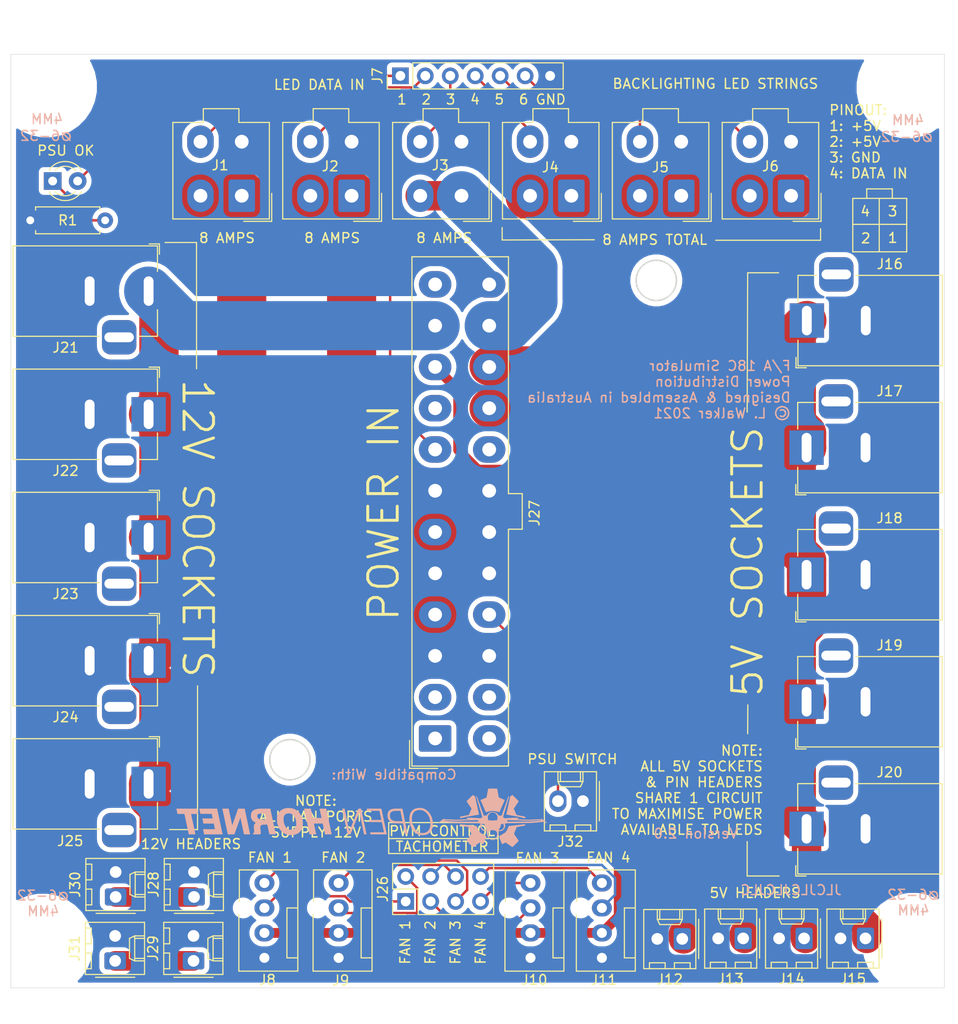
<source format=kicad_pcb>
(kicad_pcb (version 20171130) (host pcbnew "(5.1.6)-1")
  (layers (0 F.Cu signal) (31 B.Cu signal) (34 B.Paste user) (35 F.Paste user) (36 B.SilkS user) (37 F.SilkS user) (38 B.Mask user) (39 F.Mask user) (44 Edge.Cuts user))
  (net 0 "")
  (net 1 "Net-(J10-Pad4)")
  (net 2 "Net-(J10-Pad3)")
  (net 3 "Net-(J11-Pad4)")
  (net 4 "Net-(J11-Pad3)")
  (net 5 "Net-(J26-Pad5)")
  (net 6 "Net-(J26-Pad1)")
  (net 7 "Net-(J26-Pad6)")
  (net 8 "Net-(J26-Pad2)")
  (net 9 "Net-(J27-Pad20)")
  (net 10 "Net-(J27-Pad14)")
  (net 11 "Net-(J27-Pad13)")
  (net 12 "Net-(J27-Pad12)")
  (net 13 "Net-(J27-Pad9)")
  (net 14 "Net-(J27-Pad2)")
  (net 15 "Net-(J27-Pad1)")
  (net 16 /LED5V1)
  (net 17 /LED5V2)
  (net 18 /LED5V3)
  (net 19 /LED5V4)
  (net 20 /5VSOCKETS+)
  (net 21 /12VSOCKETS+)
  (net 22 /FAN+)
  (net 23 "Net-(D1-Pad1)")
  (net 24 /LEDGND)
  (net 25 /LEDDATA1)
  (net 26 /LEDDATA2)
  (net 27 /LEDDATA3)
  (net 28 /LEDDATA4)
  (net 29 /LEDDATA5)
  (net 30 /LEDDATA6)
  (net 31 /PWRGOOD)
  (net 32 /PSUSW)
  (module OH_Backlighting:OH_Panel_6-32_PHS (layer F.Cu) (at 91.7956 90.4928)
    (fp_text reference 5 hide)
    (fp_text value OH_Panel_Fastner_Keepout hide)
    (fp_text user ⌀6-32 (at 0.0668 -4.9764) (layer B.SilkS) (effects (justify mirror)))
    (fp_text user 4MM (at 0.0668 -3.3764 180) (layer B.SilkS) (effects (justify mirror)))
    (pad "" np_thru_hole circle (at 0 0) (size 4.3 4.3) (drill 4.3) (layers *.Cu *.Mask) (clearance 3))
  )
  (module OH_Backlighting:OH_Panel_6-32_PHS (layer F.Cu) (at 3.2332 90.5764)
    (fp_text reference 4 hide)
    (fp_text value OH_Panel_Fastner_Keepout hide)
    (fp_text user 4MM (at 0.0668 -3.3764 180) (layer B.SilkS) (effects (justify mirror)))
    (fp_text user ⌀6-32 (at 0.0668 -4.9764) (layer B.SilkS) (effects (justify mirror)))
    (pad "" np_thru_hole circle (at 0 0) (size 4.3 4.3) (drill 4.3) (layers *.Cu *.Mask) (clearance 3))
  )
  (module OH_Backlighting:OH_Panel_6-32_PHS (layer F.Cu) (at 91.2188 3.4036)
    (fp_text reference 3 hide)
    (fp_text value OH_Panel_Fastner_Keepout hide)
    (fp_text user ⌀6-32 (at -0.0068 4.998) (layer B.SilkS) (effects (justify mirror)))
    (fp_text user 4MM (at 0.075 3.298 180) (layer B.SilkS) (effects (justify mirror)))
    (pad "" np_thru_hole circle (at 0 0) (size 4.3 4.3) (drill 4.3) (layers *.Cu *.Mask) (clearance 3))
  )
  (module OH_Backlighting:OH_Panel_6-32_PHS (layer F.Cu) (at 3.6068 3.302)
    (fp_text reference 2 hide)
    (fp_text value OH_Panel_Fastner_Keepout hide)
    (fp_text user 4MM (at 0.075 3.298 180) (layer B.SilkS) (effects (justify mirror)))
    (fp_text user ⌀6-32 (at -0.0068 4.998) (layer B.SilkS) (effects (justify mirror)))
    (pad "" np_thru_hole circle (at 0 0) (size 4.3 4.3) (drill 4.3) (layers *.Cu *.Mask) (clearance 3))
  )
  (module OH_General:OH_LOGO_37.7mm_5.9mm (layer B.Cu) (at 35.7 77.7 180)
    (fp_text reference 1 hide)
    (fp_text value LOGO hide)
  )
  (module Connector_Molex:Molex_Mini-Fit_Jr_5566-04A_2x02_P4.20mm_Vertical (layer F.Cu) (at 79.4 14.4 180)
    (fp_text reference J6 (at 2.1 3) (layer F.SilkS))
    (fp_text value Conn_01x04_Female)
    (pad 1 thru_hole roundrect (at 0 0 180) (size 2.7 3.3) (drill 1.4) (layers *.Cu *.Mask) (roundrect_rratio 0.09259299999999999) (net 19 /LED5V4))
    (pad 2 thru_hole oval (at 4.2 0 180) (size 2.7 3.3) (drill 1.4) (layers *.Cu *.Mask) (net 19 /LED5V4))
    (pad 3 thru_hole oval (at 0 5.5 180) (size 2.7 3.3) (drill 1.4) (layers *.Cu *.Mask) (net 24 /LEDGND))
    (pad 4 thru_hole oval (at 4.2 5.5 180) (size 2.7 3.3) (drill 1.4) (layers *.Cu *.Mask) (net 30 /LEDDATA6))
  )
  (module Connector_Molex:Molex_Mini-Fit_Jr_5566-04A_2x02_P4.20mm_Vertical (layer F.Cu) (at 68.22 14.4 180)
    (fp_text reference J5 (at 2.12 2.9) (layer F.SilkS))
    (fp_text value Conn_01x04_Female)
    (pad 1 thru_hole roundrect (at 0 0 180) (size 2.7 3.3) (drill 1.4) (layers *.Cu *.Mask) (roundrect_rratio 0.09259299999999999) (net 19 /LED5V4))
    (pad 2 thru_hole oval (at 4.2 0 180) (size 2.7 3.3) (drill 1.4) (layers *.Cu *.Mask) (net 19 /LED5V4))
    (pad 3 thru_hole oval (at 0 5.5 180) (size 2.7 3.3) (drill 1.4) (layers *.Cu *.Mask) (net 24 /LEDGND))
    (pad 4 thru_hole oval (at 4.2 5.5 180) (size 2.7 3.3) (drill 1.4) (layers *.Cu *.Mask) (net 29 /LEDDATA5))
  )
  (module Connector_Molex:Molex_Mini-Fit_Jr_5566-04A_2x02_P4.20mm_Vertical (layer F.Cu) (at 57.04 14.4 180)
    (fp_text reference J4 (at 2.14 2.9) (layer F.SilkS))
    (fp_text value Conn_01x04_Female)
    (pad 1 thru_hole roundrect (at 0 0 180) (size 2.7 3.3) (drill 1.4) (layers *.Cu *.Mask) (roundrect_rratio 0.09259299999999999) (net 19 /LED5V4))
    (pad 2 thru_hole oval (at 4.2 0 180) (size 2.7 3.3) (drill 1.4) (layers *.Cu *.Mask) (net 19 /LED5V4))
    (pad 3 thru_hole oval (at 0 5.5 180) (size 2.7 3.3) (drill 1.4) (layers *.Cu *.Mask) (net 24 /LEDGND))
    (pad 4 thru_hole oval (at 4.2 5.5 180) (size 2.7 3.3) (drill 1.4) (layers *.Cu *.Mask) (net 28 /LEDDATA4))
  )
  (module Connector_Molex:Molex_Mini-Fit_Jr_5566-04A_2x02_P4.20mm_Vertical (layer F.Cu) (at 45.86 14.4 180)
    (fp_text reference J3 (at 2.16 3.1) (layer F.SilkS))
    (fp_text value Conn_01x04_Female)
    (pad 1 thru_hole roundrect (at 0 0 180) (size 2.7 3.3) (drill 1.4) (layers *.Cu *.Mask) (roundrect_rratio 0.09259299999999999) (net 18 /LED5V3))
    (pad 2 thru_hole oval (at 4.2 0 180) (size 2.7 3.3) (drill 1.4) (layers *.Cu *.Mask) (net 18 /LED5V3))
    (pad 3 thru_hole oval (at 0 5.5 180) (size 2.7 3.3) (drill 1.4) (layers *.Cu *.Mask) (net 24 /LEDGND))
    (pad 4 thru_hole oval (at 4.2 5.5 180) (size 2.7 3.3) (drill 1.4) (layers *.Cu *.Mask) (net 27 /LEDDATA3))
  )
  (module Connector_Molex:Molex_Mini-Fit_Jr_5566-04A_2x02_P4.20mm_Vertical (layer F.Cu) (at 34.68 14.4 180)
    (fp_text reference J2 (at 2.18 3) (layer F.SilkS))
    (fp_text value Conn_01x04_Female)
    (pad 1 thru_hole roundrect (at 0 0 180) (size 2.7 3.3) (drill 1.4) (layers *.Cu *.Mask) (roundrect_rratio 0.09259299999999999) (net 17 /LED5V2))
    (pad 2 thru_hole oval (at 4.2 0 180) (size 2.7 3.3) (drill 1.4) (layers *.Cu *.Mask) (net 17 /LED5V2))
    (pad 3 thru_hole oval (at 0 5.5 180) (size 2.7 3.3) (drill 1.4) (layers *.Cu *.Mask) (net 24 /LEDGND))
    (pad 4 thru_hole oval (at 4.2 5.5 180) (size 2.7 3.3) (drill 1.4) (layers *.Cu *.Mask) (net 26 /LEDDATA2))
  )
  (module Connector_Molex:Molex_Mini-Fit_Jr_5566-04A_2x02_P4.20mm_Vertical (layer F.Cu) (at 23.5 14.4 180)
    (fp_text reference J1 (at 2.2 3.1) (layer F.SilkS))
    (fp_text value Conn_01x04_Female)
    (pad 1 thru_hole roundrect (at 0 0 180) (size 2.7 3.3) (drill 1.4) (layers *.Cu *.Mask) (roundrect_rratio 0.09259299999999999) (net 16 /LED5V1))
    (pad 2 thru_hole oval (at 4.2 0 180) (size 2.7 3.3) (drill 1.4) (layers *.Cu *.Mask) (net 16 /LED5V1))
    (pad 3 thru_hole oval (at 0 5.5 180) (size 2.7 3.3) (drill 1.4) (layers *.Cu *.Mask) (net 24 /LEDGND))
    (pad 4 thru_hole oval (at 4.2 5.5 180) (size 2.7 3.3) (drill 1.4) (layers *.Cu *.Mask) (net 25 /LEDDATA1))
  )
  (module Resistor_THT:R_Axial_DIN0207_L6.3mm_D2.5mm_P7.62mm_Horizontal (layer F.Cu) (at 1.98 16.9)
    (fp_text reference R1 (at 3.81 0) (layer F.SilkS))
    (fp_text value R)
    (pad 2 thru_hole oval (at 7.62 0) (size 1.6 1.6) (drill 0.8) (layers *.Cu *.Mask) (net 23 "Net-(D1-Pad1)"))
    (pad 1 thru_hole circle (at 0 0) (size 1.6 1.6) (drill 0.8) (layers *.Cu *.Mask) (net 24 /LEDGND))
  )
  (module LED_THT:LED_D3.0mm (layer F.Cu) (at 4.26 12.9)
    (fp_text reference "PSU OK" (at 1.34 -3.1) (layer F.SilkS))
    (fp_text value LED)
    (pad 2 thru_hole circle (at 2.54 0) (size 1.8 1.8) (drill 0.9) (layers *.Cu *.Mask) (net 31 /PWRGOOD))
    (pad 1 thru_hole rect (at 0 0) (size 1.8 1.8) (drill 0.9) (layers *.Cu *.Mask) (net 23 "Net-(D1-Pad1)"))
  )
  (module Connector_BarrelJack:BarrelJack_Horizontal (layer F.Cu) (at 14.0236 24.1)
    (fp_text reference J21 (at -8.45 5.75) (layer F.SilkS))
    (fp_text value Conn_01x02_Female)
    (pad 3 thru_hole roundrect (at -3 4.7) (size 3.5 3.5) (drill oval 3 1) (layers *.Cu *.Mask))
    (pad 2 thru_hole roundrect (at -6 0) (size 3 3.5) (drill oval 1 3) (layers *.Cu *.Mask) (net 24 /LEDGND))
    (pad 1 thru_hole rect (at 0 0) (size 3.5 3.5) (drill oval 1 3) (layers *.Cu *.Mask) (net 21 /12VSOCKETS+))
  )
  (module Connector_BarrelJack:BarrelJack_Horizontal (layer F.Cu) (at 14.0236 49.1716)
    (fp_text reference J23 (at -8.45 5.75) (layer F.SilkS))
    (fp_text value Conn_01x02_Female)
    (pad 3 thru_hole roundrect (at -3 4.7) (size 3.5 3.5) (drill oval 3 1) (layers *.Cu *.Mask))
    (pad 2 thru_hole roundrect (at -6 0) (size 3 3.5) (drill oval 1 3) (layers *.Cu *.Mask) (net 24 /LEDGND))
    (pad 1 thru_hole rect (at 0 0) (size 3.5 3.5) (drill oval 1 3) (layers *.Cu *.Mask) (net 21 /12VSOCKETS+))
  )
  (module Connector_BarrelJack:BarrelJack_Horizontal (layer F.Cu) (at 14.0236 74.2432)
    (fp_text reference J25 (at -7.9756 5.8156) (layer F.SilkS))
    (fp_text value Conn_01x02_Female)
    (pad 3 thru_hole roundrect (at -3 4.7) (size 3.5 3.5) (drill oval 3 1) (layers *.Cu *.Mask))
    (pad 2 thru_hole roundrect (at -6 0) (size 3 3.5) (drill oval 1 3) (layers *.Cu *.Mask) (net 24 /LEDGND))
    (pad 1 thru_hole rect (at 0 0) (size 3.5 3.5) (drill oval 1 3) (layers *.Cu *.Mask) (net 21 /12VSOCKETS+))
  )
  (module Connector_BarrelJack:BarrelJack_Horizontal (layer F.Cu) (at 14.0236 61.7074)
    (fp_text reference J24 (at -8.45 5.75) (layer F.SilkS))
    (fp_text value Conn_01x02_Female)
    (pad 3 thru_hole roundrect (at -3 4.7) (size 3.5 3.5) (drill oval 3 1) (layers *.Cu *.Mask))
    (pad 2 thru_hole roundrect (at -6 0) (size 3 3.5) (drill oval 1 3) (layers *.Cu *.Mask) (net 24 /LEDGND))
    (pad 1 thru_hole rect (at 0 0) (size 3.5 3.5) (drill oval 1 3) (layers *.Cu *.Mask) (net 21 /12VSOCKETS+))
  )
  (module Connector_BarrelJack:BarrelJack_Horizontal (layer F.Cu) (at 14.0236 36.6358)
    (fp_text reference J22 (at -8.45 5.75) (layer F.SilkS))
    (fp_text value Conn_01x02_Female)
    (pad 3 thru_hole roundrect (at -3 4.7) (size 3.5 3.5) (drill oval 3 1) (layers *.Cu *.Mask))
    (pad 2 thru_hole roundrect (at -6 0) (size 3 3.5) (drill oval 1 3) (layers *.Cu *.Mask) (net 24 /LEDGND))
    (pad 1 thru_hole rect (at 0 0) (size 3.5 3.5) (drill oval 1 3) (layers *.Cu *.Mask) (net 21 /12VSOCKETS+))
  )
  (module Connector_BarrelJack:BarrelJack_Horizontal (layer F.Cu) (at 80.9752 78.8152 180)
    (fp_text reference J20 (at -8.45 5.75) (layer F.SilkS))
    (fp_text value Conn_01x02_Female)
    (pad 3 thru_hole roundrect (at -3 4.7 180) (size 3.5 3.5) (drill oval 3 1) (layers *.Cu *.Mask))
    (pad 2 thru_hole roundrect (at -6 0 180) (size 3 3.5) (drill oval 1 3) (layers *.Cu *.Mask) (net 24 /LEDGND))
    (pad 1 thru_hole rect (at 0 0 180) (size 3.5 3.5) (drill oval 1 3) (layers *.Cu *.Mask) (net 20 /5VSOCKETS+))
  )
  (module Connector_BarrelJack:BarrelJack_Horizontal (layer F.Cu) (at 80.9752 65.8864 180)
    (fp_text reference J19 (at -8.45 5.75) (layer F.SilkS))
    (fp_text value Conn_01x02_Female)
    (pad 3 thru_hole roundrect (at -3 4.7 180) (size 3.5 3.5) (drill oval 3 1) (layers *.Cu *.Mask))
    (pad 2 thru_hole roundrect (at -6 0 180) (size 3 3.5) (drill oval 1 3) (layers *.Cu *.Mask) (net 24 /LEDGND))
    (pad 1 thru_hole rect (at 0 0 180) (size 3.5 3.5) (drill oval 1 3) (layers *.Cu *.Mask) (net 20 /5VSOCKETS+))
  )
  (module Connector_BarrelJack:BarrelJack_Horizontal (layer F.Cu) (at 80.9752 52.9576 180)
    (fp_text reference J18 (at -8.45 5.75) (layer F.SilkS))
    (fp_text value Conn_01x02_Female)
    (pad 3 thru_hole roundrect (at -3 4.7 180) (size 3.5 3.5) (drill oval 3 1) (layers *.Cu *.Mask))
    (pad 2 thru_hole roundrect (at -6 0 180) (size 3 3.5) (drill oval 1 3) (layers *.Cu *.Mask) (net 24 /LEDGND))
    (pad 1 thru_hole rect (at 0 0 180) (size 3.5 3.5) (drill oval 1 3) (layers *.Cu *.Mask) (net 20 /5VSOCKETS+))
  )
  (module Connector_BarrelJack:BarrelJack_Horizontal (layer F.Cu) (at 80.9752 40.0288 180)
    (fp_text reference J17 (at -8.45 5.75) (layer F.SilkS))
    (fp_text value Conn_01x02_Female)
    (pad 3 thru_hole roundrect (at -3 4.7 180) (size 3.5 3.5) (drill oval 3 1) (layers *.Cu *.Mask))
    (pad 2 thru_hole roundrect (at -6 0 180) (size 3 3.5) (drill oval 1 3) (layers *.Cu *.Mask) (net 24 /LEDGND))
    (pad 1 thru_hole rect (at 0 0 180) (size 3.5 3.5) (drill oval 1 3) (layers *.Cu *.Mask) (net 20 /5VSOCKETS+))
  )
  (module Connector_BarrelJack:BarrelJack_Horizontal (layer F.Cu) (at 81 27.1 180)
    (fp_text reference J16 (at -8.45 5.75) (layer F.SilkS))
    (fp_text value Conn_01x02_Female)
    (pad 3 thru_hole roundrect (at -3 4.7 180) (size 3.5 3.5) (drill oval 3 1) (layers *.Cu *.Mask))
    (pad 2 thru_hole roundrect (at -6 0 180) (size 3 3.5) (drill oval 1 3) (layers *.Cu *.Mask) (net 24 /LEDGND))
    (pad 1 thru_hole rect (at 0 0 180) (size 3.5 3.5) (drill oval 1 3) (layers *.Cu *.Mask) (net 20 /5VSOCKETS+))
  )
  (module Connector_PinHeader_2.54mm:PinHeader_1x07_P2.54mm_Vertical (layer F.Cu) (at 39.64 2.2 90)
    (fp_text reference J7 (at 0 -2.33 90) (layer F.SilkS))
    (fp_text value Conn_01x07_Female)
    (pad 7 thru_hole oval (at 0 15.24 90) (size 1.7 1.7) (drill 1) (layers *.Cu *.Mask) (net 24 /LEDGND))
    (pad 6 thru_hole oval (at 0 12.7 90) (size 1.7 1.7) (drill 1) (layers *.Cu *.Mask) (net 30 /LEDDATA6))
    (pad 5 thru_hole oval (at 0 10.16 90) (size 1.7 1.7) (drill 1) (layers *.Cu *.Mask) (net 29 /LEDDATA5))
    (pad 4 thru_hole oval (at 0 7.62 90) (size 1.7 1.7) (drill 1) (layers *.Cu *.Mask) (net 28 /LEDDATA4))
    (pad 3 thru_hole oval (at 0 5.08 90) (size 1.7 1.7) (drill 1) (layers *.Cu *.Mask) (net 27 /LEDDATA3))
    (pad 2 thru_hole oval (at 0 2.54 90) (size 1.7 1.7) (drill 1) (layers *.Cu *.Mask) (net 26 /LEDDATA2))
    (pad 1 thru_hole rect (at 0 0 90) (size 1.7 1.7) (drill 1) (layers *.Cu *.Mask) (net 25 /LEDDATA1))
  )
  (module Connector_Molex:Molex_KK-254_AE-6410-02A_1x02_P2.54mm_Vertical (layer F.Cu) (at 58.2168 75.9968 180)
    (fp_text reference J32 (at 1.27 -4.12) (layer F.SilkS))
    (fp_text value Conn_01x02_Female)
    (pad 2 thru_hole oval (at 2.54 0 180) (size 1.74 2.19) (drill 1.19) (layers *.Cu *.Mask) (net 32 /PSUSW))
    (pad 1 thru_hole roundrect (at 0 0 180) (size 1.74 2.19) (drill 1.19) (layers *.Cu *.Mask) (roundrect_rratio 0.143678) (net 24 /LEDGND))
  )
  (module Connector_Molex:Molex_KK-254_AE-6410-02A_1x02_P2.54mm_Vertical (layer F.Cu) (at 10.6172 92.2528 90)
    (fp_text reference J31 (at 1.27 -4.12 90) (layer F.SilkS))
    (fp_text value Conn_01x02_Female)
    (pad 2 thru_hole oval (at 2.54 0 90) (size 1.74 2.19) (drill 1.19) (layers *.Cu *.Mask) (net 24 /LEDGND))
    (pad 1 thru_hole roundrect (at 0 0 90) (size 1.74 2.19) (drill 1.19) (layers *.Cu *.Mask) (roundrect_rratio 0.143678) (net 21 /12VSOCKETS+))
  )
  (module Connector_Molex:Molex_KK-254_AE-6410-02A_1x02_P2.54mm_Vertical (layer F.Cu) (at 10.668 85.7504 90)
    (fp_text reference J30 (at 1.27 -4.12 90) (layer F.SilkS))
    (fp_text value Conn_01x02_Female)
    (pad 2 thru_hole oval (at 2.54 0 90) (size 1.74 2.19) (drill 1.19) (layers *.Cu *.Mask) (net 24 /LEDGND))
    (pad 1 thru_hole roundrect (at 0 0 90) (size 1.74 2.19) (drill 1.19) (layers *.Cu *.Mask) (roundrect_rratio 0.143678) (net 21 /12VSOCKETS+))
  )
  (module Connector_Molex:Molex_KK-254_AE-6410-02A_1x02_P2.54mm_Vertical (layer F.Cu) (at 18.5928 92.2528 90)
    (fp_text reference J29 (at 1.27 -4.12 90) (layer F.SilkS))
    (fp_text value Conn_01x02_Female)
    (pad 2 thru_hole oval (at 2.54 0 90) (size 1.74 2.19) (drill 1.19) (layers *.Cu *.Mask) (net 24 /LEDGND))
    (pad 1 thru_hole roundrect (at 0 0 90) (size 1.74 2.19) (drill 1.19) (layers *.Cu *.Mask) (roundrect_rratio 0.143678) (net 21 /12VSOCKETS+))
  )
  (module Connector_Molex:Molex_KK-254_AE-6410-02A_1x02_P2.54mm_Vertical (layer F.Cu) (at 18.6436 85.7504 90)
    (fp_text reference J28 (at 1.27 -4.12 90) (layer F.SilkS))
    (fp_text value Conn_01x02_Female)
    (pad 2 thru_hole oval (at 2.54 0 90) (size 1.74 2.19) (drill 1.19) (layers *.Cu *.Mask) (net 24 /LEDGND))
    (pad 1 thru_hole roundrect (at 0 0 90) (size 1.74 2.19) (drill 1.19) (layers *.Cu *.Mask) (roundrect_rratio 0.143678) (net 21 /12VSOCKETS+))
  )
  (module Connector_Molex:Molex_KK-254_AE-6410-02A_1x02_P2.54mm_Vertical (layer F.Cu) (at 86.9696 89.9668 180)
    (fp_text reference J15 (at 1.27 -4.12) (layer F.SilkS))
    (fp_text value Conn_01x02_Female)
    (pad 2 thru_hole oval (at 2.54 0 180) (size 1.74 2.19) (drill 1.19) (layers *.Cu *.Mask) (net 24 /LEDGND))
    (pad 1 thru_hole roundrect (at 0 0 180) (size 1.74 2.19) (drill 1.19) (layers *.Cu *.Mask) (roundrect_rratio 0.143678) (net 20 /5VSOCKETS+))
  )
  (module Connector_Molex:Molex_KK-254_AE-6410-02A_1x02_P2.54mm_Vertical (layer F.Cu) (at 80.7212 89.9668 180)
    (fp_text reference J14 (at 1.27 -4.12) (layer F.SilkS))
    (fp_text value Conn_01x02_Female)
    (pad 2 thru_hole oval (at 2.54 0 180) (size 1.74 2.19) (drill 1.19) (layers *.Cu *.Mask) (net 24 /LEDGND))
    (pad 1 thru_hole roundrect (at 0 0 180) (size 1.74 2.19) (drill 1.19) (layers *.Cu *.Mask) (roundrect_rratio 0.143678) (net 20 /5VSOCKETS+))
  )
  (module Connector_Molex:Molex_KK-254_AE-6410-02A_1x02_P2.54mm_Vertical (layer F.Cu) (at 74.5236 89.9668 180)
    (fp_text reference J13 (at 1.27 -4.12) (layer F.SilkS))
    (fp_text value Conn_01x02_Female)
    (pad 2 thru_hole oval (at 2.54 0 180) (size 1.74 2.19) (drill 1.19) (layers *.Cu *.Mask) (net 24 /LEDGND))
    (pad 1 thru_hole roundrect (at 0 0 180) (size 1.74 2.19) (drill 1.19) (layers *.Cu *.Mask) (roundrect_rratio 0.143678) (net 20 /5VSOCKETS+))
  )
  (module Connector_Molex:Molex_KK-254_AE-6410-02A_1x02_P2.54mm_Vertical (layer F.Cu) (at 68.326 90.0176 180)
    (fp_text reference J12 (at 1.27 -4.12) (layer F.SilkS))
    (fp_text value Conn_01x02_Female)
    (pad 2 thru_hole oval (at 2.54 0 180) (size 1.74 2.19) (drill 1.19) (layers *.Cu *.Mask) (net 24 /LEDGND))
    (pad 1 thru_hole roundrect (at 0 0 180) (size 1.74 2.19) (drill 1.19) (layers *.Cu *.Mask) (roundrect_rratio 0.143678) (net 20 /5VSOCKETS+))
  )
  (module Connector_PinHeader_2.54mm:PinHeader_2x04_P2.54mm_Vertical (layer F.Cu) (at 40.1828 86.2076 90)
    (fp_text reference J26 (at 1.27 -2.33 90) (layer F.SilkS))
    (fp_text value Conn_01x08_Female)
    (pad 8 thru_hole oval (at 2.54 7.62 90) (size 1.7 1.7) (drill 1) (layers *.Cu *.Mask) (net 3 "Net-(J11-Pad4)"))
    (pad 7 thru_hole oval (at 0 7.62 90) (size 1.7 1.7) (drill 1) (layers *.Cu *.Mask) (net 1 "Net-(J10-Pad4)"))
    (pad 6 thru_hole oval (at 2.54 5.08 90) (size 1.7 1.7) (drill 1) (layers *.Cu *.Mask) (net 7 "Net-(J26-Pad6)"))
    (pad 5 thru_hole oval (at 0 5.08 90) (size 1.7 1.7) (drill 1) (layers *.Cu *.Mask) (net 5 "Net-(J26-Pad5)"))
    (pad 4 thru_hole oval (at 2.54 2.54 90) (size 1.7 1.7) (drill 1) (layers *.Cu *.Mask) (net 4 "Net-(J11-Pad3)"))
    (pad 3 thru_hole oval (at 0 2.54 90) (size 1.7 1.7) (drill 1) (layers *.Cu *.Mask) (net 2 "Net-(J10-Pad3)"))
    (pad 2 thru_hole oval (at 2.54 0 90) (size 1.7 1.7) (drill 1) (layers *.Cu *.Mask) (net 8 "Net-(J26-Pad2)"))
    (pad 1 thru_hole rect (at 0 0 90) (size 1.7 1.7) (drill 1) (layers *.Cu *.Mask) (net 6 "Net-(J26-Pad1)"))
  )
  (module Connector:FanPinHeader_1x04_P2.54mm_Vertical (layer F.Cu) (at 52.8828 91.948 90)
    (fp_text reference J10 (at -2.2352 0.3895 180) (layer F.SilkS))
    (fp_text value Conn_01x04_Female)
    (pad "" np_thru_hole circle (at 5.08 -2.16 180) (size 1.1 1.1) (drill 1.1) (layers *.Cu *.Mask))
    (pad 4 thru_hole oval (at 7.62 0 180) (size 2.03 1.73) (drill 1.02) (layers *.Cu *.Mask) (net 1 "Net-(J10-Pad4)"))
    (pad 3 thru_hole oval (at 5.08 0 180) (size 2.03 1.73) (drill 1.02) (layers *.Cu *.Mask) (net 2 "Net-(J10-Pad3)"))
    (pad 2 thru_hole oval (at 2.54 0 180) (size 2.03 1.73) (drill 1.02) (layers *.Cu *.Mask) (net 22 /FAN+))
    (pad 1 thru_hole rect (at 0 0 180) (size 2.03 1.73) (drill 1.02) (layers *.Cu *.Mask) (net 24 /LEDGND))
  )
  (module Connector:FanPinHeader_1x04_P2.54mm_Vertical (layer F.Cu) (at 60.1472 91.948 90)
    (fp_text reference J11 (at -2.2352 0.2032 180) (layer F.SilkS))
    (fp_text value Conn_01x04_Female)
    (pad "" np_thru_hole circle (at 5.08 -2.16 180) (size 1.1 1.1) (drill 1.1) (layers *.Cu *.Mask))
    (pad 4 thru_hole oval (at 7.62 0 180) (size 2.03 1.73) (drill 1.02) (layers *.Cu *.Mask) (net 3 "Net-(J11-Pad4)"))
    (pad 3 thru_hole oval (at 5.08 0 180) (size 2.03 1.73) (drill 1.02) (layers *.Cu *.Mask) (net 4 "Net-(J11-Pad3)"))
    (pad 2 thru_hole oval (at 2.54 0 180) (size 2.03 1.73) (drill 1.02) (layers *.Cu *.Mask) (net 22 /FAN+))
    (pad 1 thru_hole rect (at 0 0 180) (size 2.03 1.73) (drill 1.02) (layers *.Cu *.Mask) (net 24 /LEDGND))
  )
  (module Connector:FanPinHeader_1x04_P2.54mm_Vertical (layer F.Cu) (at 33.3587 91.948 90)
    (fp_text reference J9 (at -2.286 0.2201 180) (layer F.SilkS))
    (fp_text value Conn_01x04_Female)
    (pad "" np_thru_hole circle (at 5.08 -2.16 180) (size 1.1 1.1) (drill 1.1) (layers *.Cu *.Mask))
    (pad 4 thru_hole oval (at 7.62 0 180) (size 2.03 1.73) (drill 1.02) (layers *.Cu *.Mask) (net 7 "Net-(J26-Pad6)"))
    (pad 3 thru_hole oval (at 5.08 0 180) (size 2.03 1.73) (drill 1.02) (layers *.Cu *.Mask) (net 8 "Net-(J26-Pad2)"))
    (pad 2 thru_hole oval (at 2.54 0 180) (size 2.03 1.73) (drill 1.02) (layers *.Cu *.Mask) (net 22 /FAN+))
    (pad 1 thru_hole rect (at 0 0 180) (size 2.03 1.73) (drill 1.02) (layers *.Cu *.Mask) (net 24 /LEDGND))
  )
  (module Connector:FanPinHeader_1x04_P2.54mm_Vertical (layer F.Cu) (at 25.8064 91.948 90)
    (fp_text reference J8 (at -2.2352 0.3048 180) (layer F.SilkS))
    (fp_text value Conn_01x04_Female)
    (pad "" np_thru_hole circle (at 5.08 -2.16 180) (size 1.1 1.1) (drill 1.1) (layers *.Cu *.Mask))
    (pad 4 thru_hole oval (at 7.62 0 180) (size 2.03 1.73) (drill 1.02) (layers *.Cu *.Mask) (net 5 "Net-(J26-Pad5)"))
    (pad 3 thru_hole oval (at 5.08 0 180) (size 2.03 1.73) (drill 1.02) (layers *.Cu *.Mask) (net 6 "Net-(J26-Pad1)"))
    (pad 2 thru_hole oval (at 2.54 0 180) (size 2.03 1.73) (drill 1.02) (layers *.Cu *.Mask) (net 22 /FAN+))
    (pad 1 thru_hole rect (at 0 0 180) (size 2.03 1.73) (drill 1.02) (layers *.Cu *.Mask) (net 24 /LEDGND))
  )
  (module Connector_Molex:Molex_Mini-Fit_Jr_5566-24A_2x12_P4.20mm_Vertical (layer F.Cu) (at 43.18 69.6188 90)
    (fp_text reference J27 (at 22.9288 10.1092 90) (layer F.SilkS))
    (fp_text value Conn_01x24_Female)
    (pad 24 thru_hole oval (at 46.2 5.5 90) (size 2.7 3.3) (drill 1.4) (layers *.Cu *.Mask) (net 24 /LEDGND))
    (pad 23 thru_hole oval (at 42 5.5 90) (size 2.7 3.3) (drill 1.4) (layers *.Cu *.Mask) (net 18 /LED5V3))
    (pad 22 thru_hole oval (at 37.8 5.5 90) (size 2.7 3.3) (drill 1.4) (layers *.Cu *.Mask) (net 19 /LED5V4))
    (pad 21 thru_hole oval (at 33.6 5.5 90) (size 2.7 3.3) (drill 1.4) (layers *.Cu *.Mask) (net 20 /5VSOCKETS+))
    (pad 20 thru_hole oval (at 29.4 5.5 90) (size 2.7 3.3) (drill 1.4) (layers *.Cu *.Mask) (net 9 "Net-(J27-Pad20)"))
    (pad 19 thru_hole oval (at 25.2 5.5 90) (size 2.7 3.3) (drill 1.4) (layers *.Cu *.Mask) (net 24 /LEDGND))
    (pad 18 thru_hole oval (at 21 5.5 90) (size 2.7 3.3) (drill 1.4) (layers *.Cu *.Mask) (net 24 /LEDGND))
    (pad 17 thru_hole oval (at 16.8 5.5 90) (size 2.7 3.3) (drill 1.4) (layers *.Cu *.Mask) (net 24 /LEDGND))
    (pad 16 thru_hole oval (at 12.6 5.5 90) (size 2.7 3.3) (drill 1.4) (layers *.Cu *.Mask) (net 32 /PSUSW))
    (pad 15 thru_hole oval (at 8.4 5.5 90) (size 2.7 3.3) (drill 1.4) (layers *.Cu *.Mask) (net 24 /LEDGND))
    (pad 14 thru_hole oval (at 4.2 5.5 90) (size 2.7 3.3) (drill 1.4) (layers *.Cu *.Mask) (net 10 "Net-(J27-Pad14)"))
    (pad 13 thru_hole oval (at 0 5.5 90) (size 2.7 3.3) (drill 1.4) (layers *.Cu *.Mask) (net 11 "Net-(J27-Pad13)"))
    (pad 12 thru_hole oval (at 46.2 0 90) (size 2.7 3.3) (drill 1.4) (layers *.Cu *.Mask) (net 12 "Net-(J27-Pad12)"))
    (pad 11 thru_hole oval (at 42 0 90) (size 2.7 3.3) (drill 1.4) (layers *.Cu *.Mask) (net 21 /12VSOCKETS+))
    (pad 10 thru_hole oval (at 37.8 0 90) (size 2.7 3.3) (drill 1.4) (layers *.Cu *.Mask) (net 22 /FAN+))
    (pad 9 thru_hole oval (at 33.6 0 90) (size 2.7 3.3) (drill 1.4) (layers *.Cu *.Mask) (net 13 "Net-(J27-Pad9)"))
    (pad 8 thru_hole oval (at 29.4 0 90) (size 2.7 3.3) (drill 1.4) (layers *.Cu *.Mask) (net 31 /PWRGOOD))
    (pad 7 thru_hole oval (at 25.2 0 90) (size 2.7 3.3) (drill 1.4) (layers *.Cu *.Mask) (net 24 /LEDGND))
    (pad 6 thru_hole oval (at 21 0 90) (size 2.7 3.3) (drill 1.4) (layers *.Cu *.Mask) (net 17 /LED5V2))
    (pad 5 thru_hole oval (at 16.8 0 90) (size 2.7 3.3) (drill 1.4) (layers *.Cu *.Mask) (net 24 /LEDGND))
    (pad 4 thru_hole oval (at 12.6 0 90) (size 2.7 3.3) (drill 1.4) (layers *.Cu *.Mask) (net 16 /LED5V1))
    (pad 3 thru_hole oval (at 8.4 0 90) (size 2.7 3.3) (drill 1.4) (layers *.Cu *.Mask) (net 24 /LEDGND))
    (pad 2 thru_hole oval (at 4.2 0 90) (size 2.7 3.3) (drill 1.4) (layers *.Cu *.Mask) (net 14 "Net-(J27-Pad2)"))
    (pad 1 thru_hole roundrect (at 0 0 90) (size 2.7 3.3) (drill 1.4) (layers *.Cu *.Mask) (roundrect_rratio 0.09259299999999999) (net 15 "Net-(J27-Pad1)"))
  )
  (gr_text "FAN 1" (at 40.132 90.3732 90) (layer F.SilkS) (effects (font (size 1 1))))
  (gr_text "Compatible With:" (at 39 73.3) (layer B.SilkS) (effects (font (size 1 1)) (justify mirror)))
  (gr_line (start 89.7 13.7) (end 89.7 14.6) (layer F.SilkS) (width 0.12))
  (gr_line (start 87.1 13.7) (end 89.7 13.7) (layer F.SilkS) (width 0.12))
  (gr_line (start 87.1 14.6) (end 87.1 13.7) (layer F.SilkS) (width 0.12))
  (gr_text JLCJLCJLCJLC (at 79.4 85.04682) (layer B.SilkS) (effects (font (size 1 1)) (justify mirror)))
  (gr_text "PSU SWITCH" (at 57.15 71.7296) (layer F.SilkS) (effects (font (size 1 1))))
  (gr_text "12V HEADERS" (at 18.3388 80.3656) (layer F.SilkS) (effects (font (size 1 1))))
  (gr_circle (center 65.6844 23.0124) (end 67.7344 23.0124) (layer Edge.Cuts) (width 0.15))
  (gr_circle (center 28.3972 71.7804) (end 30.4472 71.7804) (layer Edge.Cuts) (width 0.15))
  (gr_text "Version 2.0" (at 69.7 79.3) (layer B.SilkS) (effects (font (size 1 1)) (justify mirror)))
  (gr_text "F/A 18C Simulator\nPower Distribution\nDesigned & Assembled in Australia\n© L. Walker 2021\n" (at 79.4512 34.1244) (layer B.SilkS) (effects (font (size 1 1)) (justify left mirror)))
  (gr_line (start 50 18.9) (end 50 17.6316) (layer F.SilkS) (width 0.12))
  (gr_line (start 59.38 18.8752) (end 50 18.9) (layer F.SilkS) (width 0.12))
  (gr_line (start 82.4 18.926) (end 82.4 17.7576) (layer F.SilkS) (width 0.12))
  (gr_line (start 71.7244 18.926) (end 82.4 18.926) (layer F.SilkS) (width 0.12))
  (gr_text "8 AMPS TOTAL" (at 65.5268 18.8752) (layer F.SilkS) (effects (font (size 1 1))))
  (gr_text "8 AMPS" (at 44.1 18.7) (layer F.SilkS) (effects (font (size 1 1))))
  (gr_text "8 AMPS" (at 32.7 18.7) (layer F.SilkS) (effects (font (size 1 1))))
  (gr_text "8 AMPS" (at 22 18.7) (layer F.SilkS) (effects (font (size 1 1))))
  (gr_text "PINOUT:\n1: +5V\n2: +5V\n3: GND\n4: DATA IN" (at 83.2 8.9) (layer F.SilkS) (effects (font (size 1 1)) (justify left)))
  (gr_text 4 (at 86.9476 15.9876) (layer F.SilkS) (effects (font (size 1 1))))
  (gr_text 3 (at 89.7416 15.9876) (layer F.SilkS) (effects (font (size 1 1))))
  (gr_text 2 (at 86.9984 18.7308) (layer F.SilkS) (effects (font (size 1 1))))
  (gr_text 1 (at 89.7416 18.68) (layer F.SilkS) (effects (font (size 1 1))))
  (gr_line (start 91.164 17.3084) (end 85.6776 17.3084) (layer F.SilkS) (width 0.12))
  (gr_line (start 88.37 14.6668) (end 88.37 20.0516) (layer F.SilkS) (width 0.12))
  (gr_line (start 91.164 14.6668) (end 85.6776 14.6668) (layer F.SilkS) (width 0.12))
  (gr_line (start 91.164 20.1024) (end 91.164 14.6668) (layer F.SilkS) (width 0.12))
  (gr_line (start 85.6776 20.1024) (end 91.164 20.1024) (layer F.SilkS) (width 0.12))
  (gr_line (start 85.6776 14.6668) (end 85.6776 20.1024) (layer F.SilkS) (width 0.12))
  (gr_line (start 74.93 83.6168) (end 78.1812 83.6168) (layer F.SilkS) (width 0.12))
  (gr_line (start 74.93 80.1116) (end 74.93 83.6168) (layer F.SilkS) (width 0.12))
  (gr_line (start 75 66.2) (end 74.9808 69.1388) (layer F.SilkS) (width 0.12))
  (gr_line (start 74.9808 22.2372) (end 78.1304 22.2372) (layer F.SilkS) (width 0.12))
  (gr_line (start 74.93 36.4104) (end 74.9808 22.2372) (layer F.SilkS) (width 0.12))
  (gr_line (start 18.9992 78.8924) (end 16.1544 78.8924) (layer F.SilkS) (width 0.12))
  (gr_line (start 18.9992 64.262) (end 18.9992 78.8924) (layer F.SilkS) (width 0.12))
  (gr_line (start 18.8976 19.1544) (end 15.6972 19.1544) (layer F.SilkS) (width 0.12))
  (gr_line (start 18.9 32) (end 18.8976 19.1544) (layer F.SilkS) (width 0.12))
  (gr_text "POWER IN" (at 37.9476 46.6344 90) (layer F.SilkS) (effects (font (size 3 3) (thickness 0.3))))
  (gr_text "NOTE:\nALL 5V SOCKETS\n& PIN HEADERS\nSHARE 1 CIRCUIT\nTO MAXIMISE POWER\nAVAILABLE TO LEDS" (at 76.6064 74.8792) (layer F.SilkS) (effects (font (size 1 1)) (justify right)))
  (gr_text "5V HEADERS" (at 75.7428 85.344) (layer F.SilkS) (effects (font (size 1 1))))
  (gr_text "NOTE:\nALL FAN PORTS\nSUPPLY 12V" (at 31.0388 77.5716) (layer F.SilkS) (effects (font (size 1 1))))
  (gr_text TACHOMETER (at 43.8912 80.6196) (layer F.SilkS) (effects (font (size 1 1))))
  (gr_text "PWM CONTROL" (at 43.8912 79.0448) (layer F.SilkS) (effects (font (size 1 1))))
  (gr_line (start 38.4556 79.8068) (end 49.53 79.8068) (layer F.SilkS) (width 0.12))
  (gr_line (start 49.5808 81.3308) (end 38.4556 81.3308) (layer F.SilkS) (width 0.12))
  (gr_line (start 49.5808 78.1812) (end 49.5808 81.3308) (layer F.SilkS) (width 0.12))
  (gr_line (start 38.4556 78.1812) (end 49.5808 78.1812) (layer F.SilkS) (width 0.12))
  (gr_line (start 38.4556 81.3308) (end 38.4556 78.1812) (layer F.SilkS) (width 0.12))
  (gr_text "FAN 4" (at 47.8028 90.3732 90) (layer F.SilkS) (effects (font (size 1 1))))
  (gr_text "FAN 3" (at 45.245866 90.3732 90) (layer F.SilkS) (effects (font (size 1 1))))
  (gr_text "FAN 2" (at 42.688933 90.3732 90) (layer F.SilkS) (effects (font (size 1 1))))
  (gr_text "FAN 4" (at 60.8076 81.7372) (layer F.SilkS) (effects (font (size 1 1))))
  (gr_text "FAN 3" (at 53.594 81.788) (layer F.SilkS) (effects (font (size 1 1))))
  (gr_text "FAN 2" (at 33.8328 81.7372) (layer F.SilkS) (effects (font (size 1 1))))
  (gr_text "FAN 1" (at 26.3652 81.7372) (layer F.SilkS) (effects (font (size 1 1))))
  (gr_text "1  2  3  4  5  6 GND" (at 47.9 4.6) (layer F.SilkS) (effects (font (size 1 1))))
  (gr_text "LED DATA IN" (at 31.4 3.1) (layer F.SilkS) (effects (font (size 1 1))))
  (gr_text "BACKLIGHTING LED STRINGS" (at 71.7 3) (layer F.SilkS) (effects (font (size 1 1))))
  (gr_text "12V SOCKETS" (at 18.9992 48.26 270) (layer F.SilkS) (effects (font (size 3 3) (thickness 0.3))))
  (gr_text "5V SOCKETS" (at 74.9808 51.6504 90) (layer F.SilkS) (effects (font (size 3 3) (thickness 0.3))))
  (gr_line (start 0 0) (end 95 0) (layer Edge.Cuts) (width 0.05))
  (gr_line (start 0 95) (end 95 95) (layer Edge.Cuts) (width 0.05))
  (gr_line (start 95 0) (end 95 95) (layer Edge.Cuts) (width 0.05))
  (gr_line (start 0 0) (end 0 95) (layer Edge.Cuts) (width 0.05))
  (segment (start 49.6824 84.328) (end 52.8828 84.328) (width 0.25) (layer F.Cu) (net 1))
  (segment (start 47.8028 86.2076) (end 49.6824 84.328) (width 0.25) (layer F.Cu) (net 1))
  (segment (start 42.7228 86.2076) (end 44.9152 88.4) (width 0.25) (layer F.Cu) (net 2))
  (segment (start 51.3508 88.4) (end 52.8828 86.868) (width 0.25) (layer F.Cu) (net 2))
  (segment (start 44.9152 88.4) (end 51.3508 88.4) (width 0.25) (layer F.Cu) (net 2))
  (segment (start 58.636801 82.817601) (end 60.1472 84.328) (width 0.25) (layer F.Cu) (net 3))
  (segment (start 48.652799 82.817601) (end 58.636801 82.817601) (width 0.25) (layer F.Cu) (net 3))
  (segment (start 47.8028 83.6676) (end 48.652799 82.817601) (width 0.25) (layer F.Cu) (net 3))
  (segment (start 60.144727 82.492599) (end 43.897801 82.492599) (width 0.25) (layer B.Cu) (net 4))
  (segment (start 61.48721 83.835082) (end 60.144727 82.492599) (width 0.25) (layer B.Cu) (net 4))
  (segment (start 61.48721 85.52799) (end 61.48721 83.835082) (width 0.25) (layer B.Cu) (net 4))
  (segment (start 43.897801 82.492599) (end 42.7228 83.6676) (width 0.25) (layer B.Cu) (net 4))
  (segment (start 60.1472 86.868) (end 61.48721 85.52799) (width 0.25) (layer B.Cu) (net 4))
  (segment (start 46.437801 83.103599) (end 46.437801 85.032599) (width 0.25) (layer F.Cu) (net 5))
  (segment (start 45.376792 82.04259) (end 46.437801 83.103599) (width 0.25) (layer F.Cu) (net 5))
  (segment (start 28.09181 82.04259) (end 45.376792 82.04259) (width 0.25) (layer F.Cu) (net 5))
  (segment (start 46.437801 85.032599) (end 45.2628 86.2076) (width 0.25) (layer F.Cu) (net 5))
  (segment (start 25.8064 84.328) (end 28.09181 82.04259) (width 0.25) (layer F.Cu) (net 5))
  (segment (start 26.99641 85.67799) (end 25.8064 86.868) (width 0.25) (layer F.Cu) (net 6))
  (segment (start 34.001618 85.67799) (end 26.99641 85.67799) (width 0.25) (layer F.Cu) (net 6))
  (segment (start 34.531228 86.2076) (end 34.001618 85.67799) (width 0.25) (layer F.Cu) (net 6))
  (segment (start 40.1828 86.2076) (end 34.531228 86.2076) (width 0.25) (layer F.Cu) (net 6))
  (segment (start 44.087799 82.492599) (end 45.2628 83.6676) (width 0.25) (layer F.Cu) (net 7))
  (segment (start 35.194101 82.492599) (end 44.087799 82.492599) (width 0.25) (layer F.Cu) (net 7))
  (segment (start 33.3587 84.328) (end 35.194101 82.492599) (width 0.25) (layer F.Cu) (net 7))
  (segment (start 33.873301 87.382601) (end 33.3587 86.868) (width 0.25) (layer F.Cu) (net 8))
  (segment (start 41.292801 87.382601) (end 33.873301 87.382601) (width 0.25) (layer F.Cu) (net 8))
  (segment (start 41.357801 84.842601) (end 41.357801 87.317601) (width 0.25) (layer F.Cu) (net 8))
  (segment (start 41.357801 87.317601) (end 41.292801 87.382601) (width 0.25) (layer F.Cu) (net 8))
  (segment (start 40.1828 83.6676) (end 41.357801 84.842601) (width 0.25) (layer F.Cu) (net 8))
  (segment (start 19.3 14.4) (end 23.5 14.4) (width 5) (layer F.Cu) (net 16))
  (segment (start 23.5 39.3078) (end 41.211 57.0188) (width 5) (layer F.Cu) (net 16))
  (segment (start 41.211 57.0188) (end 43.18 57.0188) (width 5) (layer F.Cu) (net 16))
  (segment (start 23.5 14.4) (end 23.5 39.3078) (width 5) (layer F.Cu) (net 16))
  (segment (start 41.16101 48.56881) (end 34.68 42.0878) (width 5) (layer F.Cu) (net 17))
  (segment (start 43.16881 48.56881) (end 41.16101 48.56881) (width 5) (layer F.Cu) (net 17))
  (segment (start 43.18 48.58) (end 43.16881 48.56881) (width 5) (layer F.Cu) (net 17))
  (segment (start 34.68 42.0878) (end 34.68 14.4) (width 5) (layer F.Cu) (net 17))
  (segment (start 43.18 48.6188) (end 43.18 48.58) (width 5) (layer F.Cu) (net 17))
  (segment (start 34.68 14.4) (end 30.48 14.4) (width 5) (layer F.Cu) (net 17))
  (segment (start 41.66 14.4) (end 45.86 14.4) (width 3) (layer F.Cu) (net 18))
  (segment (start 50.649 27.6188) (end 48.68 27.6188) (width 5) (layer B.Cu) (net 18))
  (segment (start 53.13001 25.13779) (end 50.649 27.6188) (width 5) (layer B.Cu) (net 18))
  (segment (start 53.13001 21.69981) (end 53.13001 25.13779) (width 5) (layer B.Cu) (net 18))
  (segment (start 45.86 14.4298) (end 53.13001 21.69981) (width 5) (layer B.Cu) (net 18))
  (segment (start 45.86 14.4) (end 45.86 14.4298) (width 5) (layer B.Cu) (net 18))
  (segment (start 52.84 14.4) (end 57.04 14.4) (width 5) (layer F.Cu) (net 19))
  (segment (start 64.02 14.4) (end 68.22 14.4) (width 5) (layer F.Cu) (net 19))
  (segment (start 79.4 14.4) (end 75.2 14.4) (width 5) (layer F.Cu) (net 19))
  (segment (start 61.5 14.4) (end 59.4 16.5) (width 4) (layer F.Cu) (net 19))
  (segment (start 61.5 14.4) (end 57.04 14.4) (width 5) (layer F.Cu) (net 19))
  (segment (start 64.02 14.4) (end 61.5 14.4) (width 5) (layer F.Cu) (net 19))
  (segment (start 59.4 16.5) (end 59.4 26.6) (width 4) (layer F.Cu) (net 19))
  (segment (start 54.28121 31.71879) (end 48.68 31.71879) (width 4) (layer F.Cu) (net 19))
  (segment (start 59.4 26.6) (end 54.28121 31.71879) (width 4) (layer F.Cu) (net 19))
  (segment (start 75.2 14.4) (end 68.22 14.4) (width 5) (layer F.Cu) (net 19))
  (segment (start 79.92519 64.83639) (end 80.9752 65.8864) (width 4) (layer F.Cu) (net 20))
  (segment (start 79.92519 58.996266) (end 79.92519 64.83639) (width 4) (layer F.Cu) (net 20))
  (segment (start 80.9752 57.946256) (end 79.92519 58.996266) (width 4) (layer F.Cu) (net 20))
  (segment (start 80.9752 52.9576) (end 80.9752 57.946256) (width 4) (layer F.Cu) (net 20))
  (segment (start 79.92519 50.447734) (end 79.92519 41.07881) (width 4) (layer F.Cu) (net 20))
  (segment (start 80.9752 51.497744) (end 79.92519 50.447734) (width 4) (layer F.Cu) (net 20))
  (segment (start 79.92519 41.07881) (end 80.9752 40.0288) (width 4) (layer F.Cu) (net 20))
  (segment (start 80.9752 52.9576) (end 80.9752 51.497744) (width 4) (layer F.Cu) (net 20))
  (segment (start 79.92519 37.518934) (end 79.92519 28.17481) (width 4) (layer F.Cu) (net 20))
  (segment (start 79.92519 28.17481) (end 81 27.1) (width 4) (layer F.Cu) (net 20))
  (segment (start 80.9752 38.568944) (end 79.92519 37.518934) (width 4) (layer F.Cu) (net 20))
  (segment (start 80.9752 40.0288) (end 80.9752 38.568944) (width 4) (layer F.Cu) (net 20))
  (segment (start 79.92519 66.93641) (end 80.9752 65.8864) (width 4) (layer F.Cu) (net 20))
  (segment (start 79.92519 77.76519) (end 79.92519 66.93641) (width 4) (layer F.Cu) (net 20))
  (segment (start 80.9752 78.8152) (end 79.92519 77.76519) (width 4) (layer F.Cu) (net 20))
  (segment (start 74.65361 89.493426) (end 74.65361 89.9668) (width 3) (layer F.Cu) (net 20))
  (segment (start 80.9752 78.8152) (end 80.9752 83.171836) (width 3) (layer F.Cu) (net 20))
  (segment (start 68.45601 89.493426) (end 68.45601 90.0176) (width 3) (layer F.Cu) (net 20))
  (segment (start 80.9752 83.171836) (end 76.723518 87.423518) (width 3) (layer F.Cu) (net 20))
  (segment (start 76.723518 87.423518) (end 74.65361 89.493426) (width 3) (layer F.Cu) (net 20))
  (segment (start 76.723518 87.423518) (end 76.37179 87.07179) (width 3) (layer F.Cu) (net 20))
  (segment (start 76.37179 87.07179) (end 70.877646 87.07179) (width 3) (layer F.Cu) (net 20))
  (segment (start 70.877646 87.07179) (end 68.45601 89.493426) (width 3) (layer F.Cu) (net 20))
  (segment (start 80.85121 88.635846) (end 80.85121 89.9668) (width 3) (layer F.Cu) (net 20))
  (segment (start 76.37179 87.07179) (end 79.287154 87.07179) (width 3) (layer F.Cu) (net 20))
  (segment (start 79.287154 87.07179) (end 80.85121 88.635846) (width 3) (layer F.Cu) (net 20))
  (segment (start 87.09961 88.635846) (end 87.09961 89.9668) (width 3) (layer F.Cu) (net 20))
  (segment (start 79.287154 87.07179) (end 85.535554 87.07179) (width 3) (layer F.Cu) (net 20))
  (segment (start 85.535554 87.07179) (end 87.09961 88.635846) (width 3) (layer F.Cu) (net 20))
  (segment (start 76.9652 36.0188) (end 80.9752 40.0288) (width 4) (layer F.Cu) (net 20))
  (segment (start 48.68 36.0188) (end 76.9652 36.0188) (width 4) (layer F.Cu) (net 20))
  (segment (start 14.0236 75.703056) (end 15.1 76.779456) (width 4) (layer F.Cu) (net 21))
  (segment (start 14.0236 74.2432) (end 14.0236 75.703056) (width 4) (layer F.Cu) (net 21))
  (segment (start 14.1472 92.2528) (end 10.6172 92.2528) (width 2) (layer F.Cu) (net 21))
  (segment (start 15.1 91.3) (end 14.1472 92.2528) (width 2) (layer F.Cu) (net 21))
  (segment (start 16.0528 92.2528) (end 18.5928 92.2528) (width 2) (layer F.Cu) (net 21))
  (segment (start 15.1 91.3) (end 16.0528 92.2528) (width 2) (layer F.Cu) (net 21))
  (segment (start 13.6496 85.7504) (end 15.1 84.3) (width 2) (layer F.Cu) (net 21))
  (segment (start 10.668 85.7504) (end 13.6496 85.7504) (width 2) (layer F.Cu) (net 21))
  (segment (start 15.1 76.779456) (end 15.1 84.3) (width 4) (layer F.Cu) (net 21))
  (segment (start 15.1 84.3) (end 15.1 91.3) (width 4) (layer F.Cu) (net 21))
  (segment (start 16.5504 85.7504) (end 15.1 84.3) (width 2) (layer F.Cu) (net 21))
  (segment (start 18.6436 85.7504) (end 16.5504 85.7504) (width 2) (layer F.Cu) (net 21))
  (segment (start 15.07361 35.58579) (end 14.0236 36.6358) (width 4) (layer F.Cu) (net 21))
  (segment (start 14.0236 24.1) (end 15.07361 25.15001) (width 4) (layer F.Cu) (net 21))
  (segment (start 15.07361 48.12159) (end 14.0236 49.1716) (width 4) (layer F.Cu) (net 21))
  (segment (start 15.07361 37.68581) (end 15.07361 48.12159) (width 4) (layer F.Cu) (net 21))
  (segment (start 14.0236 36.6358) (end 15.07361 37.68581) (width 4) (layer F.Cu) (net 21))
  (segment (start 15.07361 60.65739) (end 14.0236 61.7074) (width 4) (layer F.Cu) (net 21))
  (segment (start 15.07361 50.22161) (end 15.07361 60.65739) (width 4) (layer F.Cu) (net 21))
  (segment (start 14.0236 49.1716) (end 15.07361 50.22161) (width 4) (layer F.Cu) (net 21))
  (segment (start 15.07361 64.217266) (end 15.07361 73.19319) (width 4) (layer F.Cu) (net 21))
  (segment (start 14.0236 63.167256) (end 15.07361 64.217266) (width 4) (layer F.Cu) (net 21))
  (segment (start 15.07361 73.19319) (end 14.0236 74.2432) (width 4) (layer F.Cu) (net 21))
  (segment (start 14.0236 61.7074) (end 14.0236 63.167256) (width 4) (layer F.Cu) (net 21))
  (segment (start 15.07361 25.15001) (end 15.07361 27.82639) (width 4) (layer F.Cu) (net 21))
  (segment (start 15.07361 27.82639) (end 15.07361 35.58579) (width 4) (layer F.Cu) (net 21))
  (segment (start 17.5424 27.6188) (end 14.0236 24.1) (width 5) (layer B.Cu) (net 21))
  (segment (start 43.18 27.6188) (end 17.5424 27.6188) (width 5) (layer B.Cu) (net 21))
  (segment (start 60.1472 89.408) (end 52.8828 89.408) (width 1) (layer F.Cu) (net 22))
  (segment (start 33.3587 89.408) (end 52.8828 89.408) (width 1) (layer F.Cu) (net 22))
  (segment (start 33.3587 89.408) (end 25.8064 89.408) (width 1) (layer F.Cu) (net 22))
  (segment (start 45.53001 40.267961) (end 45.53001 34.16881) (width 1) (layer F.Cu) (net 22))
  (segment (start 45.53001 34.16881) (end 43.18 31.8188) (width 1) (layer F.Cu) (net 22))
  (segment (start 47.530859 42.26881) (end 45.53001 40.267961) (width 1) (layer F.Cu) (net 22))
  (segment (start 53.970563 42.26881) (end 47.530859 42.26881) (width 1) (layer F.Cu) (net 22))
  (segment (start 61.86221 50.160457) (end 53.970563 42.26881) (width 1) (layer F.Cu) (net 22))
  (segment (start 61.86221 87.69299) (end 61.86221 50.160457) (width 1) (layer F.Cu) (net 22))
  (segment (start 60.1472 89.408) (end 61.86221 87.69299) (width 1) (layer F.Cu) (net 22))
  (segment (start 8.26 16.9) (end 9.6 16.9) (width 0.25) (layer F.Cu) (net 23))
  (segment (start 4.26 12.9) (end 8.26 16.9) (width 0.25) (layer F.Cu) (net 23))
  (segment (start 26 2.2) (end 19.3 8.9) (width 0.25) (layer F.Cu) (net 25))
  (segment (start 39.64 2.2) (end 26 2.2) (width 0.25) (layer F.Cu) (net 25))
  (segment (start 36.004999 3.375001) (end 41.004999 3.375001) (width 0.25) (layer F.Cu) (net 26))
  (segment (start 41.004999 3.375001) (end 42.18 2.2) (width 0.25) (layer F.Cu) (net 26))
  (segment (start 30.48 8.9) (end 36.004999 3.375001) (width 0.25) (layer F.Cu) (net 26))
  (segment (start 44.72 5.84) (end 41.66 8.9) (width 0.25) (layer F.Cu) (net 27))
  (segment (start 44.72 2.2) (end 44.72 5.84) (width 0.25) (layer F.Cu) (net 27))
  (segment (start 52.84 7.78) (end 52.84 8.9) (width 0.25) (layer F.Cu) (net 28))
  (segment (start 47.26 2.2) (end 52.84 7.78) (width 0.25) (layer F.Cu) (net 28))
  (segment (start 64.02 8.9) (end 64.02 6.62) (width 0.25) (layer F.Cu) (net 29))
  (segment (start 64.02 6.62) (end 62.8 5.4) (width 0.25) (layer F.Cu) (net 29))
  (segment (start 53 5.4) (end 49.8 2.2) (width 0.25) (layer F.Cu) (net 29))
  (segment (start 62.8 5.4) (end 53 5.4) (width 0.25) (layer F.Cu) (net 29))
  (segment (start 69.675001 3.375001) (end 75.2 8.9) (width 0.25) (layer F.Cu) (net 30))
  (segment (start 53.515001 3.375001) (end 69.675001 3.375001) (width 0.25) (layer F.Cu) (net 30))
  (segment (start 52.34 2.2) (end 53.515001 3.375001) (width 0.25) (layer F.Cu) (net 30))
  (segment (start 35.891578 11.47499) (end 38.6 14.183412) (width 0.25) (layer F.Cu) (net 31))
  (segment (start 6.8 12.9) (end 8.22501 11.47499) (width 0.25) (layer F.Cu) (net 31))
  (segment (start 8.22501 11.47499) (end 35.891578 11.47499) (width 0.25) (layer F.Cu) (net 31))
  (segment (start 38.6 35.6388) (end 43.18 40.2188) (width 0.25) (layer F.Cu) (net 31))
  (segment (start 38.6 14.183412) (end 38.6 35.6388) (width 0.25) (layer F.Cu) (net 31))
  (segment (start 55.6768 64.0156) (end 55.6768 75.9968) (width 0.25) (layer F.Cu) (net 32))
  (segment (start 48.68 57.0188) (end 55.6768 64.0156) (width 0.25) (layer F.Cu) (net 32))
  (zone (net 24) (net_name /LEDGND) (layer B.Cu) (connect_pads yes (clearance 0.508)) (min_thickness 0.254) (fill yes (arc_segments 32) (thermal_gap 0.508) (thermal_bridge_width 0.508))
    (polygon (pts (xy 96.4 95.9) (xy -1.1 96.1) (xy -0.7 -0.7) (xy 95.7 -0.8)))
  )
)
</source>
